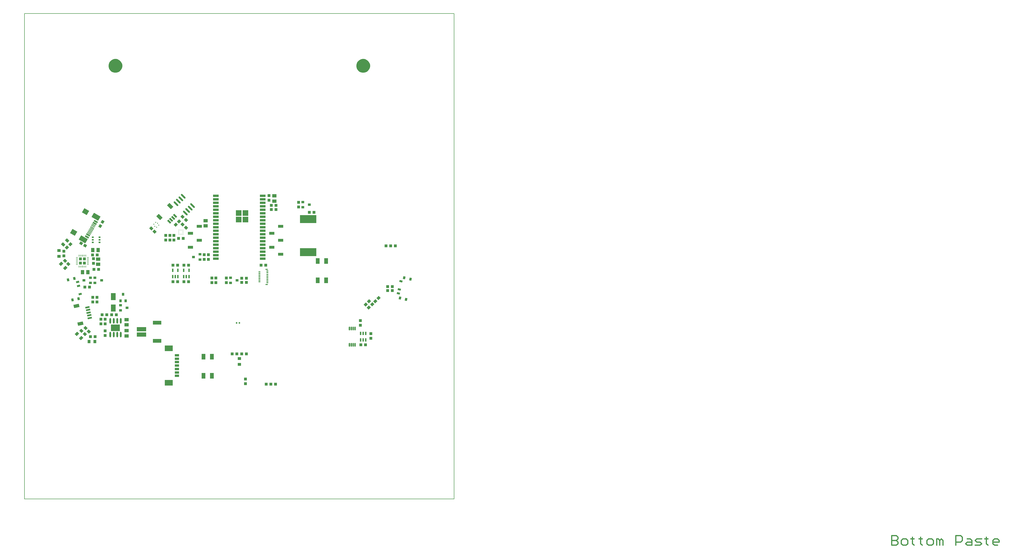
<source format=gbp>
G04*
G04 #@! TF.GenerationSoftware,Altium Limited,Altium Designer,22.0.2 (36)*
G04*
G04 Layer_Color=128*
%FSLAX25Y25*%
%MOIN*%
G70*
G04*
G04 #@! TF.SameCoordinates,3C7D8C74-AF6E-4FA7-9816-4275BC553AE2*
G04*
G04*
G04 #@! TF.FilePolarity,Positive*
G04*
G01*
G75*
%ADD10C,0.01575*%
G04:AMPARAMS|DCode=11|XSize=68.9mil|YSize=108.8mil|CornerRadius=0mil|HoleSize=0mil|Usage=FLASHONLY|Rotation=240.000|XOffset=0mil|YOffset=0mil|HoleType=Round|Shape=Rectangle|*
%AMROTATEDRECTD11*
4,1,4,-0.02989,0.05703,0.06433,0.00263,0.02989,-0.05703,-0.06433,-0.00263,-0.02989,0.05703,0.0*
%
%ADD11ROTATEDRECTD11*%

G04:AMPARAMS|DCode=12|XSize=68.9mil|YSize=78.74mil|CornerRadius=0mil|HoleSize=0mil|Usage=FLASHONLY|Rotation=60.000|XOffset=0mil|YOffset=0mil|HoleType=Round|Shape=Rectangle|*
%AMROTATEDRECTD12*
4,1,4,0.01687,-0.04952,-0.05132,-0.01015,-0.01687,0.04952,0.05132,0.01015,0.01687,-0.04952,0.0*
%
%ADD12ROTATEDRECTD12*%

%ADD13R,0.03937X0.03937*%
%ADD14R,0.03937X0.03937*%
%ADD15R,0.07874X0.07874*%
%ADD16C,0.00591*%
%ADD17R,0.06299X0.03189*%
%ADD18R,0.11811X0.08268*%
%ADD19R,0.05906X0.05118*%
%ADD20R,0.07520X0.03937*%
%ADD21R,0.05118X0.03937*%
%ADD22R,0.04331X0.03937*%
G04:AMPARAMS|DCode=23|XSize=39.37mil|YSize=43.31mil|CornerRadius=0mil|HoleSize=0mil|Usage=FLASHONLY|Rotation=315.000|XOffset=0mil|YOffset=0mil|HoleType=Round|Shape=Rectangle|*
%AMROTATEDRECTD23*
4,1,4,-0.02923,-0.00139,0.00139,0.02923,0.02923,0.00139,-0.00139,-0.02923,-0.02923,-0.00139,0.0*
%
%ADD23ROTATEDRECTD23*%

G04:AMPARAMS|DCode=24|XSize=11.81mil|YSize=13.78mil|CornerRadius=0mil|HoleSize=0mil|Usage=FLASHONLY|Rotation=225.000|XOffset=0mil|YOffset=0mil|HoleType=Round|Shape=Rectangle|*
%AMROTATEDRECTD24*
4,1,4,-0.00070,0.00905,0.00905,-0.00070,0.00070,-0.00905,-0.00905,0.00070,-0.00070,0.00905,0.0*
%
%ADD24ROTATEDRECTD24*%

G04:AMPARAMS|DCode=25|XSize=11.81mil|YSize=13.78mil|CornerRadius=0mil|HoleSize=0mil|Usage=FLASHONLY|Rotation=315.000|XOffset=0mil|YOffset=0mil|HoleType=Round|Shape=Rectangle|*
%AMROTATEDRECTD25*
4,1,4,-0.00905,-0.00070,0.00070,0.00905,0.00905,0.00070,-0.00070,-0.00905,-0.00905,-0.00070,0.0*
%
%ADD25ROTATEDRECTD25*%

%ADD26R,0.02362X0.04528*%
%ADD27R,0.23622X0.11811*%
%ADD28R,0.03150X0.02165*%
G04:AMPARAMS|DCode=29|XSize=11.81mil|YSize=57.09mil|CornerRadius=0mil|HoleSize=0mil|Usage=FLASHONLY|Rotation=60.000|XOffset=0mil|YOffset=0mil|HoleType=Round|Shape=Rectangle|*
%AMROTATEDRECTD29*
4,1,4,0.02177,-0.01939,-0.02767,0.00916,-0.02177,0.01939,0.02767,-0.00916,0.02177,-0.01939,0.0*
%
%ADD29ROTATEDRECTD29*%

%ADD30R,0.03937X0.04331*%
%ADD31R,0.01968X0.02362*%
G04:AMPARAMS|DCode=32|XSize=23.62mil|YSize=61.02mil|CornerRadius=0mil|HoleSize=0mil|Usage=FLASHONLY|Rotation=45.000|XOffset=0mil|YOffset=0mil|HoleType=Round|Shape=Rectangle|*
%AMROTATEDRECTD32*
4,1,4,0.01322,-0.02993,-0.02993,0.01322,-0.01322,0.02993,0.02993,-0.01322,0.01322,-0.02993,0.0*
%
%ADD32ROTATEDRECTD32*%

G04:AMPARAMS|DCode=33|XSize=47.24mil|YSize=78.74mil|CornerRadius=0mil|HoleSize=0mil|Usage=FLASHONLY|Rotation=225.000|XOffset=0mil|YOffset=0mil|HoleType=Round|Shape=Rectangle|*
%AMROTATEDRECTD33*
4,1,4,-0.01114,0.04454,0.04454,-0.01114,0.01114,-0.04454,-0.04454,0.01114,-0.01114,0.04454,0.0*
%
%ADD33ROTATEDRECTD33*%

%ADD34R,0.03937X0.03347*%
%ADD35R,0.03937X0.03347*%
%ADD36R,0.05118X0.05906*%
%ADD37R,0.13386X0.05906*%
%ADD38R,0.12205X0.05512*%
%ADD39O,0.02362X0.07874*%
%ADD40R,0.12992X0.09488*%
%ADD41R,0.03740X0.01575*%
%ADD42R,0.03150X0.01181*%
%ADD43R,0.02559X0.01181*%
G04:AMPARAMS|DCode=44|XSize=23.62mil|YSize=61.02mil|CornerRadius=0mil|HoleSize=0mil|Usage=FLASHONLY|Rotation=102.000|XOffset=0mil|YOffset=0mil|HoleType=Round|Shape=Rectangle|*
%AMROTATEDRECTD44*
4,1,4,0.03230,-0.00521,-0.02739,-0.01790,-0.03230,0.00521,0.02739,0.01790,0.03230,-0.00521,0.0*
%
%ADD44ROTATEDRECTD44*%

G04:AMPARAMS|DCode=45|XSize=47.24mil|YSize=78.74mil|CornerRadius=0mil|HoleSize=0mil|Usage=FLASHONLY|Rotation=102.000|XOffset=0mil|YOffset=0mil|HoleType=Round|Shape=Rectangle|*
%AMROTATEDRECTD45*
4,1,4,0.04342,-0.01492,-0.03360,-0.03129,-0.04342,0.01492,0.03360,0.03129,0.04342,-0.01492,0.0*
%
%ADD45ROTATEDRECTD45*%

%ADD46O,0.01772X0.05512*%
G04:AMPARAMS|DCode=47|XSize=23.62mil|YSize=86.61mil|CornerRadius=0mil|HoleSize=0mil|Usage=FLASHONLY|Rotation=225.000|XOffset=0mil|YOffset=0mil|HoleType=Round|Shape=Round|*
%AMOVALD47*
21,1,0.06299,0.02362,0.00000,0.00000,315.0*
1,1,0.02362,-0.02227,0.02227*
1,1,0.02362,0.02227,-0.02227*
%
%ADD47OVALD47*%

G04:AMPARAMS|DCode=48|XSize=51.18mil|YSize=39.37mil|CornerRadius=0mil|HoleSize=0mil|Usage=FLASHONLY|Rotation=45.000|XOffset=0mil|YOffset=0mil|HoleType=Round|Shape=Rectangle|*
%AMROTATEDRECTD48*
4,1,4,-0.00418,-0.03202,-0.03202,-0.00418,0.00418,0.03202,0.03202,0.00418,-0.00418,-0.03202,0.0*
%
%ADD48ROTATEDRECTD48*%

G04:AMPARAMS|DCode=49|XSize=51.18mil|YSize=39.37mil|CornerRadius=0mil|HoleSize=0mil|Usage=FLASHONLY|Rotation=315.000|XOffset=0mil|YOffset=0mil|HoleType=Round|Shape=Rectangle|*
%AMROTATEDRECTD49*
4,1,4,-0.03202,0.00418,-0.00418,0.03202,0.03202,-0.00418,0.00418,-0.03202,-0.03202,0.00418,0.0*
%
%ADD49ROTATEDRECTD49*%

G04:AMPARAMS|DCode=50|XSize=39.37mil|YSize=43.31mil|CornerRadius=0mil|HoleSize=0mil|Usage=FLASHONLY|Rotation=225.000|XOffset=0mil|YOffset=0mil|HoleType=Round|Shape=Rectangle|*
%AMROTATEDRECTD50*
4,1,4,-0.00139,0.02923,0.02923,-0.00139,0.00139,-0.02923,-0.02923,0.00139,-0.00139,0.02923,0.0*
%
%ADD50ROTATEDRECTD50*%

%ADD51R,0.03347X0.03937*%
%ADD52R,0.03347X0.03937*%
G04:AMPARAMS|DCode=53|XSize=27.56mil|YSize=43.31mil|CornerRadius=0mil|HoleSize=0mil|Usage=FLASHONLY|Rotation=78.000|XOffset=0mil|YOffset=0mil|HoleType=Round|Shape=Rectangle|*
%AMROTATEDRECTD53*
4,1,4,0.01832,-0.01798,-0.02405,-0.00898,-0.01832,0.01798,0.02405,0.00898,0.01832,-0.01798,0.0*
%
%ADD53ROTATEDRECTD53*%

G04:AMPARAMS|DCode=54|XSize=39.37mil|YSize=31.5mil|CornerRadius=0mil|HoleSize=0mil|Usage=FLASHONLY|Rotation=78.000|XOffset=0mil|YOffset=0mil|HoleType=Round|Shape=Rectangle|*
%AMROTATEDRECTD54*
4,1,4,0.01131,-0.02253,-0.01950,-0.01598,-0.01131,0.02253,0.01950,0.01598,0.01131,-0.02253,0.0*
%
%ADD54ROTATEDRECTD54*%

%ADD55R,0.05512X0.07874*%
%ADD56O,0.02953X0.00984*%
%ADD57O,0.00984X0.02953*%
G04:AMPARAMS|DCode=58|XSize=39.37mil|YSize=43.31mil|CornerRadius=0mil|HoleSize=0mil|Usage=FLASHONLY|Rotation=60.000|XOffset=0mil|YOffset=0mil|HoleType=Round|Shape=Rectangle|*
%AMROTATEDRECTD58*
4,1,4,0.00891,-0.02788,-0.02859,-0.00622,-0.00891,0.02788,0.02859,0.00622,0.00891,-0.02788,0.0*
%
%ADD58ROTATEDRECTD58*%

G04:AMPARAMS|DCode=59|XSize=39.37mil|YSize=43.31mil|CornerRadius=0mil|HoleSize=0mil|Usage=FLASHONLY|Rotation=330.000|XOffset=0mil|YOffset=0mil|HoleType=Round|Shape=Rectangle|*
%AMROTATEDRECTD59*
4,1,4,-0.02788,-0.00891,-0.00622,0.02859,0.02788,0.00891,0.00622,-0.02859,-0.02788,-0.00891,0.0*
%
%ADD59ROTATEDRECTD59*%

%ADD60R,0.00984X0.01083*%
%ADD61R,0.01083X0.00984*%
G04:AMPARAMS|DCode=62|XSize=27.56mil|YSize=43.31mil|CornerRadius=0mil|HoleSize=0mil|Usage=FLASHONLY|Rotation=282.000|XOffset=0mil|YOffset=0mil|HoleType=Round|Shape=Rectangle|*
%AMROTATEDRECTD62*
4,1,4,-0.02405,0.00898,0.01832,0.01798,0.02405,-0.00898,-0.01832,-0.01798,-0.02405,0.00898,0.0*
%
%ADD62ROTATEDRECTD62*%

G04:AMPARAMS|DCode=63|XSize=39.37mil|YSize=31.5mil|CornerRadius=0mil|HoleSize=0mil|Usage=FLASHONLY|Rotation=282.000|XOffset=0mil|YOffset=0mil|HoleType=Round|Shape=Rectangle|*
%AMROTATEDRECTD63*
4,1,4,-0.01950,0.01598,0.01131,0.02253,0.01950,-0.01598,-0.01131,-0.02253,-0.01950,0.01598,0.0*
%
%ADD63ROTATEDRECTD63*%

%ADD64R,0.06693X0.10236*%
%ADD65R,0.03937X0.05118*%
%ADD66R,0.07874X0.03543*%
G36*
X-177165Y494095D02*
X-176196D01*
X-174294Y494473D01*
X-172503Y495215D01*
X-170891Y496292D01*
X-169520Y497663D01*
X-168443Y499275D01*
X-167701Y501066D01*
X-167323Y502968D01*
Y503937D01*
Y504906D01*
X-167701Y506808D01*
X-168443Y508599D01*
X-169520Y510211D01*
X-170891Y511582D01*
X-172503Y512659D01*
X-174294Y513401D01*
X-176196Y513779D01*
X-177165D01*
X-178135D01*
X-180036Y513401D01*
X-181827Y512659D01*
X-183440Y511582D01*
X-184810Y510211D01*
X-185888Y508599D01*
X-186630Y506808D01*
X-187008Y504906D01*
Y503937D01*
Y502968D01*
X-186630Y501066D01*
X-185888Y499275D01*
X-184810Y497663D01*
X-183440Y496292D01*
X-181827Y495215D01*
X-180036Y494473D01*
X-178135Y494095D01*
X-177165D01*
D01*
D02*
G37*
G36*
X177165D02*
X176196D01*
X174294Y494473D01*
X172503Y495215D01*
X170891Y496292D01*
X169520Y497663D01*
X168443Y499275D01*
X167701Y501066D01*
X167323Y502968D01*
Y503937D01*
Y504906D01*
X167701Y506808D01*
X168443Y508599D01*
X169520Y510211D01*
X170891Y511582D01*
X172503Y512659D01*
X174294Y513401D01*
X176196Y513779D01*
X177165D01*
X178135D01*
X180036Y513401D01*
X181827Y512659D01*
X183440Y511582D01*
X184810Y510211D01*
X185888Y508599D01*
X186630Y506808D01*
X187008Y504906D01*
Y503937D01*
Y502968D01*
X186630Y501066D01*
X185888Y499275D01*
X184810Y497663D01*
X183440Y496292D01*
X181827Y495215D01*
X180036Y494473D01*
X178135Y494095D01*
X177165D01*
D01*
D02*
G37*
D10*
X932685Y-168552D02*
Y-182327D01*
X939572D01*
X941868Y-180031D01*
Y-177735D01*
X939572Y-175439D01*
X932685D01*
X939572D01*
X941868Y-173144D01*
Y-170848D01*
X939572Y-168552D01*
X932685D01*
X948756Y-182327D02*
X953347D01*
X955643Y-180031D01*
Y-175439D01*
X953347Y-173144D01*
X948756D01*
X946460Y-175439D01*
Y-180031D01*
X948756Y-182327D01*
X962531Y-170848D02*
Y-173144D01*
X960235D01*
X964827D01*
X962531D01*
Y-180031D01*
X964827Y-182327D01*
X974010Y-170848D02*
Y-173144D01*
X971714D01*
X976306D01*
X974010D01*
Y-180031D01*
X976306Y-182327D01*
X985489D02*
X990081D01*
X992377Y-180031D01*
Y-175439D01*
X990081Y-173144D01*
X985489D01*
X983193Y-175439D01*
Y-180031D01*
X985489Y-182327D01*
X996968D02*
Y-173144D01*
X999264D01*
X1001560Y-175439D01*
Y-182327D01*
Y-175439D01*
X1003856Y-173144D01*
X1006152Y-175439D01*
Y-182327D01*
X1024519D02*
Y-168552D01*
X1031406D01*
X1033702Y-170848D01*
Y-175439D01*
X1031406Y-177735D01*
X1024519D01*
X1040590Y-173144D02*
X1045181D01*
X1047477Y-175439D01*
Y-182327D01*
X1040590D01*
X1038294Y-180031D01*
X1040590Y-177735D01*
X1047477D01*
X1052069Y-182327D02*
X1058956D01*
X1061252Y-180031D01*
X1058956Y-177735D01*
X1054365D01*
X1052069Y-175439D01*
X1054365Y-173144D01*
X1061252D01*
X1068140Y-170848D02*
Y-173144D01*
X1065844D01*
X1070436D01*
X1068140D01*
Y-180031D01*
X1070436Y-182327D01*
X1084211D02*
X1079619D01*
X1077323Y-180031D01*
Y-175439D01*
X1079619Y-173144D01*
X1084211D01*
X1086506Y-175439D01*
Y-177735D01*
X1077323D01*
D11*
X-223374Y255396D02*
D03*
X-204775Y287911D02*
D03*
D12*
X-219967Y295155D02*
D03*
X-236938Y265506D02*
D03*
D13*
X-227362Y221457D02*
D03*
X-227362Y227363D02*
D03*
X-221457Y221457D02*
D03*
D14*
Y227363D02*
D03*
D15*
X8661Y293147D02*
D03*
X-788Y293147D02*
D03*
X-788Y283698D02*
D03*
X8661Y283698D02*
D03*
D16*
X307086Y578740D02*
X307087Y-116142D01*
X-307087D02*
X-307087Y578740D01*
X-307087Y-116142D02*
X307087D01*
X-307087Y578740D02*
X307086D01*
D17*
X-89370Y89567D02*
D03*
Y84646D02*
D03*
Y74803D02*
D03*
Y64961D02*
D03*
Y60039D02*
D03*
Y69882D02*
D03*
Y79724D02*
D03*
D18*
X-100787Y50000D02*
D03*
Y99606D02*
D03*
D19*
X-48228Y274803D02*
D03*
Y282283D02*
D03*
X-161417Y117323D02*
D03*
Y124803D02*
D03*
Y140551D02*
D03*
Y133071D02*
D03*
X-201772Y219685D02*
D03*
Y227165D02*
D03*
X50197Y310236D02*
D03*
Y317717D02*
D03*
D20*
X59213Y234095D02*
D03*
Y254095D02*
D03*
X46260Y244094D02*
D03*
Y264094D02*
D03*
X59213Y274095D02*
D03*
X-57087Y274095D02*
D03*
X-70039Y264094D02*
D03*
X-57087Y254095D02*
D03*
X-70039Y244094D02*
D03*
D21*
X0Y84842D02*
D03*
Y76575D02*
D03*
X-257874Y231102D02*
D03*
Y239370D02*
D03*
D22*
X212204Y182087D02*
D03*
X218897Y182087D02*
D03*
X218898Y187992D02*
D03*
X212205Y187992D02*
D03*
X-72441Y194881D02*
D03*
X-79133Y194881D02*
D03*
Y218504D02*
D03*
X-72441Y218504D02*
D03*
X-87008Y256890D02*
D03*
X-80315D02*
D03*
X3543Y199803D02*
D03*
X10236D02*
D03*
X216339Y246063D02*
D03*
X223032Y246063D02*
D03*
X209646D02*
D03*
X216339Y246063D02*
D03*
X-220866Y187008D02*
D03*
X-214174Y187008D02*
D03*
X-196259Y147637D02*
D03*
X-189567D02*
D03*
X37795Y218504D02*
D03*
X31102D02*
D03*
X10236Y193898D02*
D03*
X3543Y193898D02*
D03*
X100000Y294292D02*
D03*
X106693Y294292D02*
D03*
X-10237Y91536D02*
D03*
X-3544D02*
D03*
X3544Y91535D02*
D03*
X10237Y91535D02*
D03*
X-201378Y212599D02*
D03*
X-208071D02*
D03*
X-210040Y233268D02*
D03*
X-203347D02*
D03*
X44961Y48228D02*
D03*
X38268Y48228D02*
D03*
X51653Y48228D02*
D03*
X44961D02*
D03*
X-88189Y194881D02*
D03*
X-94882D02*
D03*
X-88189Y218504D02*
D03*
X-94882Y218504D02*
D03*
X-212992Y116141D02*
D03*
X-206299D02*
D03*
X-182480Y147637D02*
D03*
X-175787Y147637D02*
D03*
X173819Y104330D02*
D03*
X180512D02*
D03*
X52559Y298229D02*
D03*
X45866D02*
D03*
Y304134D02*
D03*
X52559D02*
D03*
D23*
X185438Y166736D02*
D03*
X180705Y162004D02*
D03*
X-90948Y276571D02*
D03*
X-86216Y281303D02*
D03*
X199217Y171658D02*
D03*
X194484Y166925D02*
D03*
X189961Y162402D02*
D03*
X185228Y157669D02*
D03*
X-246461Y243697D02*
D03*
X-241729Y248429D02*
D03*
D24*
X-116809Y278466D02*
D03*
X-120986Y274290D02*
D03*
D25*
X-115417Y275682D02*
D03*
X-118202Y272898D02*
D03*
X-119593Y279858D02*
D03*
X-122378Y277074D02*
D03*
D26*
X-72047Y202067D02*
D03*
X-75787D02*
D03*
X-79527D02*
D03*
Y211319D02*
D03*
X-72047D02*
D03*
X-87795D02*
D03*
X-95276Y211319D02*
D03*
Y202067D02*
D03*
X-91535D02*
D03*
X-87795D02*
D03*
X177165Y111516D02*
D03*
X173425Y120768D02*
D03*
X177165D02*
D03*
X180905D02*
D03*
X180905Y111516D02*
D03*
X173425Y111516D02*
D03*
D27*
X98425Y284449D02*
D03*
X98425Y237205D02*
D03*
D28*
X-200000Y258661D02*
D03*
Y254921D02*
D03*
Y251181D02*
D03*
X-209449D02*
D03*
Y254921D02*
D03*
Y258661D02*
D03*
D29*
X-218211Y258566D02*
D03*
X-217621Y259589D02*
D03*
X-205514Y280558D02*
D03*
X-204924Y281580D02*
D03*
X-206548Y278768D02*
D03*
X-207138Y277745D02*
D03*
X-208123Y276040D02*
D03*
X-209107Y274335D02*
D03*
X-210091Y272631D02*
D03*
X-211075Y270926D02*
D03*
X-212060Y269221D02*
D03*
X-213044Y267516D02*
D03*
X-214028Y265811D02*
D03*
X-215012Y264107D02*
D03*
X-215997Y262402D02*
D03*
X-216587Y261379D02*
D03*
D30*
X-209646Y172637D02*
D03*
X-209646Y165945D02*
D03*
X-203741Y172637D02*
D03*
Y165945D02*
D03*
X-99410Y254527D02*
D03*
X-99410Y261220D02*
D03*
X-18700Y200197D02*
D03*
X-18700Y193504D02*
D03*
X-191929Y117716D02*
D03*
Y124409D02*
D03*
X-191929Y141141D02*
D03*
X-191929Y134449D02*
D03*
X-197835Y141141D02*
D03*
Y134449D02*
D03*
X8858Y55511D02*
D03*
X8858Y48819D02*
D03*
X-105315Y254528D02*
D03*
Y261221D02*
D03*
X84646Y308465D02*
D03*
X84646Y301772D02*
D03*
X-250985Y231889D02*
D03*
X-250985Y238582D02*
D03*
X-208661Y221063D02*
D03*
Y227756D02*
D03*
X-93504Y254528D02*
D03*
Y261221D02*
D03*
X-50197Y226968D02*
D03*
X-50197Y233661D02*
D03*
X-44291Y233662D02*
D03*
X-44291Y226969D02*
D03*
X-39370Y200197D02*
D03*
X-39370Y193504D02*
D03*
X187992Y120472D02*
D03*
Y113779D02*
D03*
X-33465Y193504D02*
D03*
X-33465Y200197D02*
D03*
X173229Y132481D02*
D03*
Y139174D02*
D03*
X42322Y318307D02*
D03*
Y311614D02*
D03*
D31*
X0Y135827D02*
D03*
X-3937D02*
D03*
D32*
X-91873Y289032D02*
D03*
X-97441Y283465D02*
D03*
X-100225Y280681D02*
D03*
X-94657Y286248D02*
D03*
D33*
X-98763Y303161D02*
D03*
X-114353Y287571D02*
D03*
D34*
X-3150Y196850D02*
D03*
X-12598Y193110D02*
D03*
X-222244Y196850D02*
D03*
X-212795Y200591D02*
D03*
X90748Y301378D02*
D03*
X100197Y305118D02*
D03*
X-197047Y196850D02*
D03*
X-206496Y193110D02*
D03*
X-160630Y157480D02*
D03*
X-170079Y153740D02*
D03*
X-65748Y230315D02*
D03*
X-56299Y234055D02*
D03*
D35*
X-12598Y200591D02*
D03*
X-212795Y193110D02*
D03*
X90748Y308858D02*
D03*
X-206496Y200591D02*
D03*
X-170079Y161221D02*
D03*
X-56299Y226575D02*
D03*
D36*
X-224213Y208661D02*
D03*
X-216732D02*
D03*
X-209449Y240158D02*
D03*
X-201969D02*
D03*
D37*
X-139764Y119095D02*
D03*
Y126969D02*
D03*
D38*
X-117520Y110039D02*
D03*
Y136024D02*
D03*
D39*
X-169666Y119095D02*
D03*
X-174666Y119095D02*
D03*
X-179666D02*
D03*
X-184666Y119095D02*
D03*
X-169666Y138779D02*
D03*
X-174666Y138779D02*
D03*
X-179666D02*
D03*
X-184666Y138779D02*
D03*
D40*
X-177165Y128937D02*
D03*
D41*
X39026Y190945D02*
D03*
Y212598D02*
D03*
D42*
X40108Y193504D02*
D03*
Y195866D02*
D03*
Y198228D02*
D03*
Y200591D02*
D03*
Y202953D02*
D03*
Y205315D02*
D03*
Y207677D02*
D03*
Y210039D02*
D03*
D43*
X28789Y194685D02*
D03*
Y197047D02*
D03*
Y199409D02*
D03*
Y201772D02*
D03*
Y204134D02*
D03*
Y208858D02*
D03*
Y206496D02*
D03*
D44*
X-217188Y158292D02*
D03*
X-215551Y150591D02*
D03*
X-213914Y142889D02*
D03*
X-214733Y146740D02*
D03*
X-216370Y154441D02*
D03*
D45*
X-227387Y134792D02*
D03*
X-232790Y160209D02*
D03*
D46*
X165256Y104527D02*
D03*
X162697D02*
D03*
X160138D02*
D03*
X157579D02*
D03*
X165256Y127756D02*
D03*
X162697D02*
D03*
X160138D02*
D03*
X157579D02*
D03*
D47*
X-66755Y303740D02*
D03*
X-70291Y300205D02*
D03*
X-73827Y296669D02*
D03*
X-77362Y293133D02*
D03*
X-80118Y317103D02*
D03*
X-83654Y313567D02*
D03*
X-87189Y310032D02*
D03*
X-90725Y306496D02*
D03*
D48*
X-249045Y214597D02*
D03*
X-254892Y220443D02*
D03*
X-232254Y120049D02*
D03*
X-226408Y114203D02*
D03*
D49*
X-246093Y253907D02*
D03*
X-251939Y248061D02*
D03*
D50*
X-244681Y220074D02*
D03*
X-249413Y224807D02*
D03*
X-125988Y271264D02*
D03*
X-121256Y266532D02*
D03*
X-81107Y287799D02*
D03*
X-76374Y283066D02*
D03*
X-81107Y276972D02*
D03*
X-76374Y272239D02*
D03*
X-225792Y124413D02*
D03*
X-221059Y119681D02*
D03*
X-215153Y123617D02*
D03*
X-219886Y128350D02*
D03*
D51*
X-162599Y167520D02*
D03*
X-166339Y176969D02*
D03*
D52*
X-170079Y167520D02*
D03*
D53*
X228696Y183829D02*
D03*
X227468Y178053D02*
D03*
X231152Y195382D02*
D03*
D54*
X238564Y169657D02*
D03*
X244703Y198539D02*
D03*
X235846Y200422D02*
D03*
X229707Y171540D02*
D03*
D55*
X112205Y224410D02*
D03*
Y196850D02*
D03*
X124016Y224410D02*
D03*
Y196850D02*
D03*
X-39370Y60039D02*
D03*
Y87598D02*
D03*
X-51181Y60039D02*
D03*
Y87598D02*
D03*
D56*
X-232185Y229331D02*
D03*
Y227362D02*
D03*
Y225394D02*
D03*
Y223425D02*
D03*
Y221457D02*
D03*
X-216634D02*
D03*
Y223425D02*
D03*
Y225394D02*
D03*
Y227362D02*
D03*
Y229331D02*
D03*
X-232185Y219488D02*
D03*
X-216634D02*
D03*
D57*
X-229331Y216634D02*
D03*
X-227362D02*
D03*
X-225394D02*
D03*
X-223425D02*
D03*
X-221457D02*
D03*
Y232185D02*
D03*
X-223425D02*
D03*
X-225394D02*
D03*
X-227362D02*
D03*
X-229331D02*
D03*
X-219488D02*
D03*
Y216634D02*
D03*
D58*
X-220527Y246359D02*
D03*
X-226323Y249705D02*
D03*
D59*
X-198917Y274661D02*
D03*
X-195570Y280457D02*
D03*
D60*
X-80709Y262795D02*
D03*
Y268701D02*
D03*
X-82677Y262795D02*
D03*
Y268701D02*
D03*
X-84646Y262795D02*
D03*
Y268701D02*
D03*
X-86614Y262795D02*
D03*
Y268701D02*
D03*
D61*
X-80709Y264764D02*
D03*
Y266732D02*
D03*
X-86614Y264764D02*
D03*
Y266732D02*
D03*
D62*
X-230085Y188697D02*
D03*
X-231313Y194473D02*
D03*
X-227629Y177144D02*
D03*
D63*
X-244864Y197630D02*
D03*
X-238725Y168748D02*
D03*
X-229867Y170631D02*
D03*
X-236006Y199513D02*
D03*
D64*
X-180118Y173425D02*
D03*
X-180118Y157283D02*
D03*
D65*
X-206496Y109252D02*
D03*
X-214764Y109252D02*
D03*
D66*
X33465Y317945D02*
D03*
Y312945D02*
D03*
Y307945D02*
D03*
Y302945D02*
D03*
Y297945D02*
D03*
Y292945D02*
D03*
Y287945D02*
D03*
Y282945D02*
D03*
Y277945D02*
D03*
Y272945D02*
D03*
Y267945D02*
D03*
Y262945D02*
D03*
Y257945D02*
D03*
Y252945D02*
D03*
Y227953D02*
D03*
Y232953D02*
D03*
Y237953D02*
D03*
Y242953D02*
D03*
Y247945D02*
D03*
X-33465Y252945D02*
D03*
Y257945D02*
D03*
Y262945D02*
D03*
Y267945D02*
D03*
Y272945D02*
D03*
Y277945D02*
D03*
Y282945D02*
D03*
Y287945D02*
D03*
Y292945D02*
D03*
Y297945D02*
D03*
Y302945D02*
D03*
X-33465Y307945D02*
D03*
X-33465Y312945D02*
D03*
Y317945D02*
D03*
Y247945D02*
D03*
Y242953D02*
D03*
Y237953D02*
D03*
Y232953D02*
D03*
Y227953D02*
D03*
M02*

</source>
